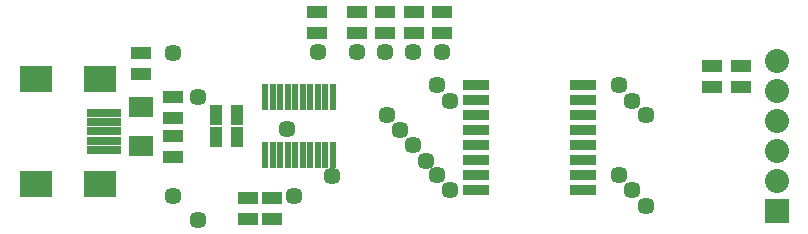
<source format=gbr>
G04 GENERATED BY PULSONIX 8.5 GERBER.DLL 5902*
G04 #@! TF.Part,Single*
%INUSB2UART*%
%LNSOLDER MASK TOP*%
%FSLAX35Y35*%
%LPD*%
%MOIN*%
G04 #@! TF.FileFunction,Soldermask,Top*
G04 #@! TA.AperFunction,ViaPad*
%ADD73C,0.05724*%
G04 #@! TA.AperFunction,SMDPad*
%ADD74R,0.08480X0.06512*%
%ADD75R,0.11630X0.03165*%
%ADD76R,0.10843X0.08874*%
%ADD77R,0.02400X0.08800*%
%ADD78R,0.08800X0.03200*%
G04 #@! TA.AperFunction,ComponentPad*
%ADD79R,0.08000X0.08000*%
%ADD80C,0.08000*%
G04 #@! TA.AperFunction,SMDPad*
%ADD81R,0.06508X0.04350*%
%ADD82R,0.04350X0.06508*%
X0Y0D02*
D02*
D73*
X82879Y43032D03*
Y90670D03*
X91146Y35158D03*
Y76103D03*
X121068Y65473D03*
X123430Y43032D03*
X131304Y91064D03*
X136028Y49725D03*
X144296Y91064D03*
X153745D03*
X154138Y70198D03*
X158469Y65080D03*
X162800Y59962D03*
Y91064D03*
X167131Y54844D03*
X171068Y50119D03*
Y80040D03*
X172642Y91064D03*
X175398Y45001D03*
Y74922D03*
X231697Y50119D03*
Y80040D03*
X236028Y45001D03*
Y74922D03*
X240753Y39883D03*
Y70198D03*
D02*
D74*
X72249Y59706D03*
Y72698D03*
D02*
D75*
X59945Y58328D03*
Y61477D03*
Y64627D03*
Y67777D03*
Y70926D03*
D02*
D76*
X37111Y47107D03*
Y82147D03*
X58764Y47107D03*
Y82147D03*
D02*
D77*
X113676Y56777D03*
Y76177D03*
X116176Y56777D03*
Y76177D03*
X118676Y56777D03*
Y76177D03*
X121176Y56777D03*
Y76177D03*
X123676Y56777D03*
Y76177D03*
X126176Y56777D03*
Y76177D03*
X128676Y56777D03*
Y76177D03*
X131176Y56777D03*
Y76177D03*
X133676Y56777D03*
Y76177D03*
X136176Y56777D03*
Y76177D03*
D02*
D78*
X183976Y45027D03*
Y50027D03*
Y55027D03*
Y60027D03*
Y65027D03*
Y70027D03*
Y75027D03*
Y80027D03*
X219576Y45027D03*
Y50027D03*
Y55027D03*
Y60027D03*
Y65027D03*
Y70027D03*
Y75027D03*
Y80027D03*
D02*
D79*
X284296Y38125D03*
D02*
D80*
Y48125D03*
Y58125D03*
Y68125D03*
Y78125D03*
Y88125D03*
D02*
D81*
X72249Y83666D03*
Y90666D03*
X83056Y56048D03*
Y63048D03*
Y69257D03*
Y76257D03*
X108075Y35595D03*
Y42595D03*
X115949Y35595D03*
Y42595D03*
X131059Y97363D03*
Y104363D03*
X144296Y97363D03*
Y104363D03*
X153745Y97363D03*
Y104363D03*
X163194Y97363D03*
Y104363D03*
X172583Y97363D03*
Y104363D03*
X262682Y79528D03*
Y86528D03*
X272288Y79528D03*
Y86528D03*
D02*
D82*
X97410Y62875D03*
Y70080D03*
X104410Y62875D03*
Y70080D03*
X0Y0D02*
M02*

</source>
